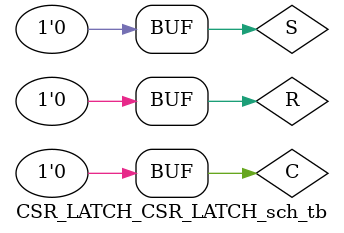
<source format=v>

`timescale 1ns / 1ps

module CSR_LATCH_CSR_LATCH_sch_tb();

// Inputs
   reg C;
   reg R;
   reg S;

// Output
   wire Q;
   wire Qn;

// Bidirs

// Instantiate the UUT
   CSR_LATCH UUT (
		.Q(Q), 
		.Qn(Qn), 
		.C(C), 
		.R(R), 
		.S(S)
   );
// Initialize Inputs
initial begin
	C=1;R=0;S=1;#50;
	R=1;S=0;#50;
	R=0;S=0;#50;
	R=0;S=1;#50;
	R=0;S=0;#50;
	R=0;S=1;#50;
	R=0;S=0;#50;
	
	C=0;R=0;S=0;#50;
	R=1;S=0;#50;
	R=0;S=0;#50;
	R=0;S=1;#50;
	R=0;S=0;#50;
	R=0;S=1;#50;
	R=0;S=0;#50;
end
endmodule

</source>
